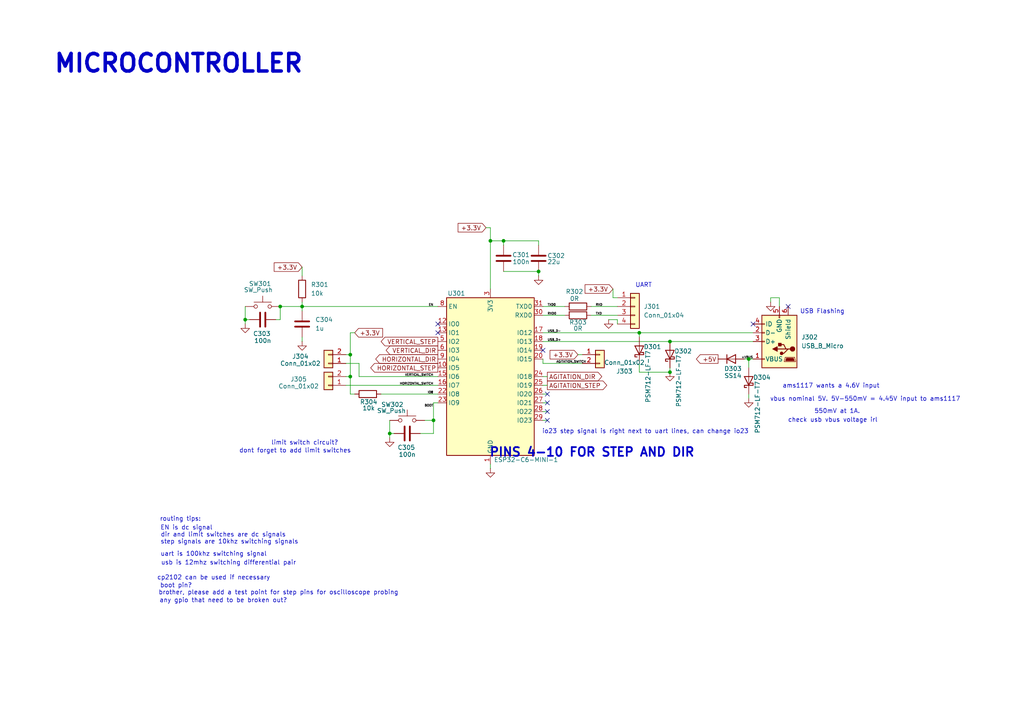
<source format=kicad_sch>
(kicad_sch (version 20250114) (generator "eeschema") (generator_version "9.0")
  (paper "A4")
  (lib_symbols
    (symbol "Connector:USB_B_Micro" (pin_names (offset 1.016))
      (property "Reference" "J" (at -5.08 11.43 0))
      (property "Value" "USB_B_Micro" (at -5.08 8.89 0))
      (symbol "USB_B_Micro_0_1"
        (rectangle (start -5.08 -7.62) (end 5.08 7.62) (stroke (width 0.254)) (fill (type background)))
        (polyline (pts (xy -4.699 5.842) (xy -4.699 5.588) (xy -4.445 4.826) (xy -4.445 4.572) (xy -1.651 4.572) (xy -1.651 4.826) (xy -1.397 5.588) (xy -1.397 5.842) (xy -4.699 5.842)))
        (polyline (pts (xy -4.318 5.588) (xy -1.778 5.588) (xy -2.032 4.826) (xy -4.064 4.826) (xy -4.318 5.588)) (fill (type outline)))
        (circle (center -3.81 2.159) (radius 0.635) (stroke (width 0.254)) (fill (type outline)))
        (polyline (pts (xy -3.175 2.159) (xy -2.54 2.159) (xy -1.27 3.429) (xy -0.635 3.429)) (stroke (width 0.254)))
        (polyline (pts (xy -2.54 2.159) (xy -1.905 2.159) (xy -1.27 0.889) (xy 0 0.889)) (stroke (width 0.254)))
        (polyline (pts (xy -1.905 2.159) (xy 0.635 2.159)) (stroke (width 0.254)))
        (circle (center -0.635 3.429) (radius 0.381) (stroke (width 0.254)) (fill (type outline)))
        (rectangle (start -0.127 -7.62) (end 0.127 -6.858))
        (rectangle (start 0.254 1.27) (end -0.508 0.508) (stroke (width 0.254)) (fill (type outline)))
        (polyline (pts (xy 0.635 2.794) (xy 0.635 1.524) (xy 1.905 2.159) (xy 0.635 2.794)) (stroke (width 0.254)) (fill (type outline)))
        (rectangle (start 5.08 4.953) (end 4.318 5.207))
        (rectangle (start 5.08 -0.127) (end 4.318 0.127))
        (rectangle (start 5.08 -2.667) (end 4.318 -2.413))
        (rectangle (start 5.08 -5.207) (end 4.318 -4.953))
      )
      (symbol "USB_B_Micro_1_1"
        (pin passive line (at -2.54 -10.16 90) (length 2.54) (name "Shield") (number "6"))
        (pin power_out line (at 0 -10.16 90) (length 2.54) (name "GND") (number "5"))
        (pin power_out line (at 7.62 5.08 180) (length 2.54) (name "VBUS") (number "1"))
        (pin bidirectional line (at 7.62 0 180) (length 2.54) (name "D+") (number "3"))
        (pin bidirectional line (at 7.62 -2.54 180) (length 2.54) (name "D-") (number "2"))
        (pin passive line (at 7.62 -5.08 180) (length 2.54) (name "ID") (number "4"))
      )
    )
    (symbol "Connector_Generic:Conn_01x02" (pin_names (offset 1.016) (hide yes))
      (property "Reference" "J" (at 0 2.54 0))
      (property "Value" "Conn_01x02" (at 0 -5.08 0))
      (symbol "Conn_01x02_1_1"
        (rectangle (start -1.27 1.27) (end 1.27 -3.81) (stroke (width 0.254)) (fill (type background)))
        (rectangle (start -1.27 0.127) (end 0 -0.127) (stroke (width 0.1524)))
        (rectangle (start -1.27 -2.413) (end 0 -2.667) (stroke (width 0.1524)))
        (pin passive line (at -5.08 0 0) (length 3.81) (name "Pin_1") (number "1"))
        (pin passive line (at -5.08 -2.54 0) (length 3.81) (name "Pin_2") (number "2"))
      )
    )
    (symbol "Connector_Generic:Conn_01x04" (pin_names (offset 1.016) (hide yes))
      (property "Reference" "J" (at 0 5.08 0))
      (property "Value" "Conn_01x04" (at 0 -7.62 0))
      (symbol "Conn_01x04_1_1"
        (rectangle (start -1.27 3.81) (end 1.27 -6.35) (stroke (width 0.254)) (fill (type background)))
        (rectangle (start -1.27 2.667) (end 0 2.413) (stroke (width 0.1524)))
        (rectangle (start -1.27 0.127) (end 0 -0.127) (stroke (width 0.1524)))
        (rectangle (start -1.27 -2.413) (end 0 -2.667) (stroke (width 0.1524)))
        (rectangle (start -1.27 -4.953) (end 0 -5.207) (stroke (width 0.1524)))
        (pin passive line (at -5.08 2.54 0) (length 3.81) (name "Pin_1") (number "1"))
        (pin passive line (at -5.08 0 0) (length 3.81) (name "Pin_2") (number "2"))
        (pin passive line (at -5.08 -2.54 0) (length 3.81) (name "Pin_3") (number "3"))
        (pin passive line (at -5.08 -5.08 0) (length 3.81) (name "Pin_4") (number "4"))
      )
    )
    (symbol "Device:C" (pin_numbers (hide yes)) (pin_names (offset 0.254))
      (property "Reference" "C" (at 0.635 2.54 0))
      (property "Value" "C" (at 0.635 -2.54 0))
      (symbol "C_0_1"
        (polyline (pts (xy -2.032 0.762) (xy 2.032 0.762)) (stroke (width 0.508)))
        (polyline (pts (xy -2.032 -0.762) (xy 2.032 -0.762)) (stroke (width 0.508)))
      )
      (symbol "C_1_1"
        (pin passive line (at 0 3.81 270) (length 2.794) (name "~") (number "1"))
        (pin passive line (at 0 -3.81 90) (length 2.794) (name "~") (number "2"))
      )
    )
    (symbol "Device:D" (pin_numbers (hide yes)) (pin_names (offset 1.016) (hide yes))
      (property "Reference" "D" (at 0 2.54 0))
      (property "Value" "D" (at 0 -2.54 0))
      (symbol "D_0_1"
        (polyline (pts (xy -1.27 1.27) (xy -1.27 -1.27)) (stroke (width 0.254)))
        (polyline (pts (xy 1.27 1.27) (xy 1.27 -1.27) (xy -1.27 0) (xy 1.27 1.27)) (stroke (width 0.254)))
        (polyline (pts (xy 1.27 0) (xy -1.27 0)))
      )
      (symbol "D_1_1"
        (pin passive line (at -3.81 0 0) (length 2.54) (name "K") (number "1"))
        (pin passive line (at 3.81 0 180) (length 2.54) (name "A") (number "2"))
      )
    )
    (symbol "Device:D_Schottky" (pin_numbers (hide yes)) (pin_names (offset 1.016) (hide yes))
      (property "Reference" "D" (at 0 2.54 0))
      (property "Value" "D_Schottky" (at 0 -2.54 0))
      (symbol "D_Schottky_0_1"
        (polyline (pts (xy -1.905 0.635) (xy -1.905 1.27) (xy -1.27 1.27) (xy -1.27 -1.27) (xy -0.635 -1.27) (xy -0.635 -0.635)) (stroke (width 0.254)))
        (polyline (pts (xy 1.27 1.27) (xy 1.27 -1.27) (xy -1.27 0) (xy 1.27 1.27)) (stroke (width 0.254)))
        (polyline (pts (xy 1.27 0) (xy -1.27 0)))
      )
      (symbol "D_Schottky_1_1"
        (pin passive line (at -3.81 0 0) (length 2.54) (name "K") (number "1"))
        (pin passive line (at 3.81 0 180) (length 2.54) (name "A") (number "2"))
      )
    )
    (symbol "Device:R" (pin_numbers (hide yes)) (pin_names (offset 0))
      (property "Reference" "R" (at 2.032 0 90))
      (property "Value" "R" (at 0 0 90))
      (symbol "R_0_1"
        (rectangle (start -1.016 -2.54) (end 1.016 2.54) (stroke (width 0.254)))
      )
      (symbol "R_1_1"
        (pin passive line (at 0 3.81 270) (length 1.27) (name "~") (number "1"))
        (pin passive line (at 0 -3.81 90) (length 1.27) (name "~") (number "2"))
      )
    )
    (symbol "RF_Module:ESP32-C6-MINI-1"
      (property "Reference" "U" (at -11.43 24.13 0))
      (property "Value" "ESP32-C6-MINI-1" (at 12.7 24.13 0))
      (symbol "ESP32-C6-MINI-1_0_1"
        (rectangle (start -12.7 22.86) (end 12.7 -22.86) (stroke (width 0.254)) (fill (type background)))
      )
      (symbol "ESP32-C6-MINI-1_1_1"
        (pin input line (at -15.24 20.32 0) (length 2.54) (name "EN") (number "8"))
        (pin bidirectional line (at -15.24 15.24 0) (length 2.54) (name "IO0") (number "12"))
        (pin bidirectional line (at -15.24 12.7 0) (length 2.54) (name "IO1") (number "13"))
        (pin bidirectional line (at -15.24 10.16 0) (length 2.54) (name "IO2") (number "5"))
        (pin bidirectional line (at -15.24 7.62 0) (length 2.54) (name "IO3") (number "6"))
        (pin bidirectional line (at -15.24 5.08 0) (length 2.54) (name "IO4") (number "9"))
        (pin bidirectional line (at -15.24 2.54 0) (length 2.54) (name "IO5") (number "10"))
        (pin bidirectional line (at -15.24 0 0) (length 2.54) (name "IO6") (number "15"))
        (pin bidirectional line (at -15.24 -2.54 0) (length 2.54) (name "IO7") (number "16"))
        (pin bidirectional line (at -15.24 -5.08 0) (length 2.54) (name "IO8") (number "22"))
        (pin bidirectional line (at -15.24 -7.62 0) (length 2.54) (name "IO9") (number "23"))
        (pin no_connect line (at -12.7 -12.7 0) (length 2.54) (hide yes) (name "NC") (number "32"))
        (pin no_connect line (at -12.7 -15.24 0) (length 2.54) (hide yes) (name "NC") (number "33"))
        (pin no_connect line (at -12.7 -17.78 0) (length 2.54) (hide yes) (name "NC") (number "34"))
        (pin no_connect line (at -12.7 -20.32 0) (length 2.54) (hide yes) (name "NC") (number "35"))
        (pin power_in line (at 0 25.4 270) (length 2.54) (name "3V3") (number "3"))
        (pin power_in line (at 0 -25.4 90) (length 2.54) (name "GND") (number "1"))
        (pin passive line (at 0 -25.4 90) (length 2.54) (hide yes) (name "GND") (number "11"))
        (pin passive line (at 0 -25.4 90) (length 2.54) (hide yes) (name "GND") (number "14"))
        (pin passive line (at 0 -25.4 90) (length 2.54) (hide yes) (name "GND") (number "2"))
        (pin passive line (at 0 -25.4 90) (length 2.54) (hide yes) (name "GND") (number "36"))
        (pin passive line (at 0 -25.4 90) (length 2.54) (hide yes) (name "GND") (number "37"))
        (pin passive line (at 0 -25.4 90) (length 2.54) (hide yes) (name "GND") (number "38"))
        (pin passive line (at 0 -25.4 90) (length 2.54) (hide yes) (name "GND") (number "39"))
        (pin passive line (at 0 -25.4 90) (length 2.54) (hide yes) (name "GND") (number "40"))
        (pin passive line (at 0 -25.4 90) (length 2.54) (hide yes) (name "GND") (number "41"))
        (pin passive line (at 0 -25.4 90) (length 2.54) (hide yes) (name "GND") (number "42"))
        (pin passive line (at 0 -25.4 90) (length 2.54) (hide yes) (name "GND") (number "43"))
        (pin passive line (at 0 -25.4 90) (length 2.54) (hide yes) (name "GND") (number "44"))
        (pin passive line (at 0 -25.4 90) (length 2.54) (hide yes) (name "GND") (number "45"))
        (pin passive line (at 0 -25.4 90) (length 2.54) (hide yes) (name "GND") (number "46"))
        (pin passive line (at 0 -25.4 90) (length 2.54) (hide yes) (name "GND") (number "47"))
        (pin passive line (at 0 -25.4 90) (length 2.54) (hide yes) (name "GND") (number "48"))
        (pin passive line (at 0 -25.4 90) (length 2.54) (hide yes) (name "GND") (number "49"))
        (pin passive line (at 0 -25.4 90) (length 2.54) (hide yes) (name "GND") (number "50"))
        (pin passive line (at 0 -25.4 90) (length 2.54) (hide yes) (name "GND") (number "51"))
        (pin passive line (at 0 -25.4 90) (length 2.54) (hide yes) (name "GND") (number "52"))
        (pin passive line (at 0 -25.4 90) (length 2.54) (hide yes) (name "GND") (number "53"))
        (pin no_connect line (at 12.7 -15.24 180) (length 2.54) (hide yes) (name "NC") (number "4"))
        (pin no_connect line (at 12.7 -17.78 180) (length 2.54) (hide yes) (name "NC") (number "7"))
        (pin no_connect line (at 12.7 -20.32 180) (length 2.54) (hide yes) (name "NC") (number "21"))
        (pin bidirectional line (at 15.24 20.32 180) (length 2.54) (name "TXD0") (number "31"))
        (pin bidirectional line (at 15.24 17.78 180) (length 2.54) (name "RXD0") (number "30"))
        (pin bidirectional line (at 15.24 12.7 180) (length 2.54) (name "IO12") (number "17"))
        (pin bidirectional line (at 15.24 10.16 180) (length 2.54) (name "IO13") (number "18"))
        (pin bidirectional line (at 15.24 7.62 180) (length 2.54) (name "IO14") (number "19"))
        (pin bidirectional line (at 15.24 5.08 180) (length 2.54) (name "IO15") (number "20"))
        (pin bidirectional line (at 15.24 0 180) (length 2.54) (name "IO18") (number "24"))
        (pin bidirectional line (at 15.24 -2.54 180) (length 2.54) (name "IO19") (number "25"))
        (pin bidirectional line (at 15.24 -5.08 180) (length 2.54) (name "IO20") (number "26"))
        (pin bidirectional line (at 15.24 -7.62 180) (length 2.54) (name "IO21") (number "27"))
        (pin bidirectional line (at 15.24 -10.16 180) (length 2.54) (name "IO22") (number "28"))
        (pin bidirectional line (at 15.24 -12.7 180) (length 2.54) (name "IO23") (number "29"))
      )
    )
    (symbol "Switch:SW_Push" (pin_numbers (hide yes)) (pin_names (offset 1.016) (hide yes))
      (property "Reference" "SW" (at 1.27 2.54 0))
      (property "Value" "SW_Push" (at 0 -1.524 0))
      (symbol "SW_Push_0_1"
        (circle (center -2.032 0) (radius 0.508))
        (polyline (pts (xy 0 1.27) (xy 0 3.048)))
        (circle (center 2.032 0) (radius 0.508))
        (polyline (pts (xy 2.54 1.27) (xy -2.54 1.27)))
        (pin passive line (at -5.08 0 0) (length 2.54) (name "1") (number "1"))
        (pin passive line (at 5.08 0 180) (length 2.54) (name "2") (number "2"))
      )
    )
    (symbol "power:GND" (power) (pin_numbers (hide yes)) (pin_names (offset 0) (hide yes))
      (property "Value" "GND" (at 0 -3.81 0))
      (symbol "GND_0_1"
        (polyline (pts (xy 0 0) (xy 0 -1.27) (xy 1.27 -1.27) (xy 0 -2.54) (xy -1.27 -1.27) (xy 0 -1.27)))
      )
      (symbol "GND_1_1"
        (pin power_in line (at 0 0 270) (length 0) (name "~") (number "1"))
      )
    )
  )
  (text "MICROCONTROLLER" (at 51.816 18.542 0) (effects (font (size 5.08 5.08) (thickness 1.016) (bold yes))))
  (text "check usb vbus voltage irl" (at 241.554 121.92 0) (effects (font (size 1.27 1.27))))
  (text "any gpio that need to be broken out?" (at 64.77 174.244 0) (effects (font (size 1.27 1.27))))
  (text "dont forget to add limit switches" (at 85.598 130.81 0) (effects (font (size 1.27 1.27))))
  (text "UART" (at 186.69 82.804 0) (effects (font (size 1.27 1.27))))
  (text "dir and limit switches are dc signals" (at 64.77 155.194 0) (effects (font (size 1.27 1.27))))
  (text "cp2102 can be used if necessary" (at 61.976 167.64 0) (effects (font (size 1.27 1.27))))
  (text "vbus nominal 5V. 5V-550mV = 4.45V input to ams1117" (at 250.952 115.824 0) (effects (font (size 1.27 1.27))))
  (text "USB Flashing" (at 238.506 90.424 0) (effects (font (size 1.27 1.27))))
  (text "PINS 4-10 FOR STEP AND DIR" (at 171.704 131.318 0) (effects (font (size 2.54 2.54) (thickness 0.508) (bold yes))))
  (text "routing tips:" (at 52.324 150.622 0) (effects (font (size 1.27 1.27))))
  (text "550mV at 1A." (at 242.824 119.38 0) (effects (font (size 1.27 1.27))))
  (text "io23 step signal is right next to uart lines, can change io23" (at 187.198 125.222 0) (effects (font (size 1.27 1.27))))
  (text "EN is dc signal" (at 54.102 153.162 0) (effects (font (size 1.27 1.27))))
  (text "step signals are 10khz switching signals" (at 66.548 157.226 0) (effects (font (size 1.27 1.27))))
  (text "boot pin?" (at 51.054 169.926 0) (effects (font (size 1.27 1.27))))
  (text "brother, please add a test point for step pins for oscilloscope probing" (at 80.772 171.958 0) (effects (font (size 1.27 1.27))))
  (text "limit switch circuit?" (at 88.392 128.524 0) (effects (font (size 1.27 1.27))))
  (text "ams1117 wants a 4.6V input" (at 241.046 112.014 0) (effects (font (size 1.27 1.27))))
  (text "usb is 12mhz switching differential pair" (at 66.294 163.322 0) (effects (font (size 1.27 1.27))))
  (text "uart is 100khz switching signal" (at 61.976 160.782 0) (effects (font (size 1.27 1.27))))
  (junction (at 71.12 92.71))
  (junction (at 185.42 96.52))
  (junction (at 217.17 104.14))
  (junction (at 146.05 69.85))
  (junction (at 101.6 109.22))
  (junction (at 194.31 107.95))
  (junction (at 101.6 102.87))
  (junction (at 142.24 69.85))
  (junction (at 194.31 99.06))
  (junction (at 125.73 121.92))
  (junction (at 81.28 88.9))
  (junction (at 87.63 88.9))
  (junction (at 113.03 125.73))
  (junction (at 156.21 78.74))
  (no_connect (at 158.75 116.84))
  (no_connect (at 158.75 119.38))
  (no_connect (at 127 93.98))
  (no_connect (at 228.6 88.9))
  (no_connect (at 157.48 101.6))
  (no_connect (at 158.75 114.3))
  (no_connect (at 158.75 121.92))
  (no_connect (at 218.44 93.98))
  (no_connect (at 127 96.52))
  (wire (pts (xy 80.01 92.71) (xy 81.28 92.71)))
  (wire (pts (xy 223.52 86.36) (xy 223.52 87.63)))
  (wire (pts (xy 100.33 109.22) (xy 101.6 109.22)))
  (wire (pts (xy 101.6 96.52) (xy 101.6 102.87)))
  (wire (pts (xy 125.73 121.92) (xy 125.73 125.73)))
  (wire (pts (xy 87.63 88.9) (xy 127 88.9)))
  (wire (pts (xy 171.45 91.44) (xy 179.07 91.44)))
  (wire (pts (xy 179.07 86.36) (xy 177.8 86.36)))
  (wire (pts (xy 110.49 114.3) (xy 127 114.3)))
  (wire (pts (xy 101.6 114.3) (xy 101.6 109.22)))
  (wire (pts (xy 104.14 109.22) (xy 104.14 105.41)))
  (wire (pts (xy 142.24 66.04) (xy 142.24 69.85)))
  (wire (pts (xy 71.12 92.71) (xy 71.12 93.98)))
  (wire (pts (xy 157.48 105.41) (xy 168.91 105.41)))
  (wire (pts (xy 142.24 83.82) (xy 142.24 69.85)))
  (wire (pts (xy 127 116.84) (xy 125.73 116.84)))
  (wire (pts (xy 81.28 88.9) (xy 87.63 88.9)))
  (wire (pts (xy 157.48 111.76) (xy 158.75 111.76)))
  (wire (pts (xy 226.06 88.9) (xy 226.06 86.36)))
  (wire (pts (xy 217.17 104.14) (xy 217.17 106.68)))
  (wire (pts (xy 167.64 102.87) (xy 168.91 102.87)))
  (wire (pts (xy 185.42 96.52) (xy 218.44 96.52)))
  (wire (pts (xy 87.63 88.9) (xy 87.63 90.17)))
  (wire (pts (xy 100.33 102.87) (xy 101.6 102.87)))
  (wire (pts (xy 104.14 105.41) (xy 100.33 105.41)))
  (wire (pts (xy 157.48 116.84) (xy 158.75 116.84)))
  (wire (pts (xy 125.73 121.92) (xy 123.19 121.92)))
  (wire (pts (xy 179.07 92.71) (xy 176.53 92.71)))
  (wire (pts (xy 157.48 109.22) (xy 158.75 109.22)))
  (wire (pts (xy 125.73 116.84) (xy 125.73 121.92)))
  (wire (pts (xy 156.21 71.12) (xy 156.21 69.85)))
  (wire (pts (xy 125.73 125.73) (xy 121.92 125.73)))
  (wire (pts (xy 157.48 88.9) (xy 163.83 88.9)))
  (wire (pts (xy 104.14 109.22) (xy 127 109.22)))
  (wire (pts (xy 226.06 86.36) (xy 223.52 86.36)))
  (wire (pts (xy 146.05 69.85) (xy 146.05 71.12)))
  (wire (pts (xy 185.42 107.95) (xy 194.31 107.95)))
  (wire (pts (xy 194.31 99.06) (xy 218.44 99.06)))
  (wire (pts (xy 87.63 87.63) (xy 87.63 88.9)))
  (wire (pts (xy 113.03 125.73) (xy 113.03 121.92)))
  (wire (pts (xy 72.39 92.71) (xy 71.12 92.71)))
  (wire (pts (xy 146.05 69.85) (xy 142.24 69.85)))
  (wire (pts (xy 87.63 77.47) (xy 87.63 80.01)))
  (wire (pts (xy 194.31 106.68) (xy 194.31 107.95)))
  (wire (pts (xy 156.21 69.85) (xy 146.05 69.85)))
  (wire (pts (xy 157.48 114.3) (xy 158.75 114.3)))
  (wire (pts (xy 142.24 134.62) (xy 142.24 135.89)))
  (wire (pts (xy 179.07 93.98) (xy 179.07 92.71)))
  (wire (pts (xy 100.33 111.76) (xy 127 111.76)))
  (wire (pts (xy 217.17 104.14) (xy 218.44 104.14)))
  (wire (pts (xy 156.21 78.74) (xy 156.21 80.01)))
  (wire (pts (xy 114.3 125.73) (xy 113.03 125.73)))
  (wire (pts (xy 157.48 121.92) (xy 158.75 121.92)))
  (wire (pts (xy 140.97 66.04) (xy 142.24 66.04)))
  (wire (pts (xy 171.45 88.9) (xy 179.07 88.9)))
  (wire (pts (xy 101.6 114.3) (xy 102.87 114.3)))
  (wire (pts (xy 81.28 92.71) (xy 81.28 88.9)))
  (wire (pts (xy 177.8 83.82) (xy 177.8 86.36)))
  (wire (pts (xy 87.63 97.79) (xy 87.63 99.06)))
  (wire (pts (xy 157.48 96.52) (xy 185.42 96.52)))
  (wire (pts (xy 101.6 96.52) (xy 102.87 96.52)))
  (wire (pts (xy 157.48 91.44) (xy 163.83 91.44)))
  (wire (pts (xy 185.42 105.41) (xy 185.42 107.95)))
  (wire (pts (xy 217.17 114.3) (xy 217.17 115.57)))
  (wire (pts (xy 157.48 119.38) (xy 158.75 119.38)))
  (wire (pts (xy 146.05 78.74) (xy 156.21 78.74)))
  (wire (pts (xy 157.48 99.06) (xy 194.31 99.06)))
  (wire (pts (xy 71.12 92.71) (xy 71.12 88.9)))
  (wire (pts (xy 215.9 104.14) (xy 217.17 104.14)))
  (wire (pts (xy 101.6 102.87) (xy 101.6 109.22)))
  (wire (pts (xy 157.48 104.14) (xy 157.48 105.41)))
  (wire (pts (xy 185.42 96.52) (xy 185.42 97.79)))
  (wire (pts (xy 113.03 125.73) (xy 113.03 127)))
  (label "AGITATION_SWITCH" (at 161.29 105.41 0) (effects (font (size 0.635 0.635))))
  (label "VERTICAL_SWITCH" (at 125.73 109.22 180) (effects (font (size 0.635 0.635))))
  (label "+VBUS" (at 218.44 104.14 180) (effects (font (size 0.635 0.635))))
  (label "USB_D+" (at 158.75 99.06 0) (effects (font (size 0.635 0.635))))
  (label "HORIZONTAL_SWITCH" (at 125.73 111.76 180) (effects (font (size 0.635 0.635))))
  (label "BOOT" (at 125.73 118.11 180) (effects (font (size 0.635 0.635))))
  (label "TXD0" (at 158.75 88.9 0) (effects (font (size 0.635 0.635))))
  (label "IO8" (at 125.73 114.3 180) (effects (font (size 0.635 0.635))))
  (label "RXD" (at 172.72 88.9 0) (effects (font (size 0.635 0.635))))
  (label "RXD0" (at 158.75 91.44 0) (effects (font (size 0.635 0.635))))
  (label "EN" (at 125.73 88.9 180) (effects (font (size 0.635 0.635))))
  (label "USB_D-" (at 158.75 96.52 0) (effects (font (size 0.635 0.635))))
  (label "TXD" (at 172.72 91.44 0) (effects (font (size 0.635 0.635))))
  (global_label "+3.3V" (shape input) (at 177.8 83.82 180) (property "Intersheetrefs" "${INTERSHEET_REFS}" (effects (hide yes))))
  (global_label "+3.3V" (shape input) (at 102.87 96.52 0) (property "Intersheetrefs" "${INTERSHEET_REFS}" (effects (hide yes))))
  (global_label "HORIZONTAL_DIR" (shape output) (at 127 104.14 180) (property "Intersheetrefs" "${INTERSHEET_REFS}" (effects (hide yes))))
  (global_label "+3.3V" (shape input) (at 140.97 66.04 180) (property "Intersheetrefs" "${INTERSHEET_REFS}" (effects (hide yes))))
  (global_label "HORIZONTAL_STEP" (shape output) (at 127 106.68 180) (property "Intersheetrefs" "${INTERSHEET_REFS}" (effects (hide yes))))
  (global_label "+3.3V" (shape input) (at 167.64 102.87 180) (property "Intersheetrefs" "${INTERSHEET_REFS}" (effects (hide yes))))
  (global_label "VERTICAL_DIR" (shape output) (at 127 101.6 180) (property "Intersheetrefs" "${INTERSHEET_REFS}" (effects (hide yes))))
  (global_label "AGITATION_STEP" (shape output) (at 158.75 111.76 0) (property "Intersheetrefs" "${INTERSHEET_REFS}" (effects (hide yes))))
  (global_label "AGITATION_DIR" (shape output) (at 158.75 109.22 0) (property "Intersheetrefs" "${INTERSHEET_REFS}" (effects (hide yes))))
  (global_label "+5V" (shape output) (at 208.28 104.14 180) (property "Intersheetrefs" "${INTERSHEET_REFS}" (effects (hide yes))))
  (global_label "VERTICAL_STEP" (shape output) (at 127 99.06 180) (property "Intersheetrefs" "${INTERSHEET_REFS}" (effects (hide yes))))
  (global_label "+3.3V" (shape input) (at 87.63 77.47 180) (property "Intersheetrefs" "${INTERSHEET_REFS}" (effects (hide yes))))
  (symbol (lib_id "Device:R") (at 167.64 88.9 90) (unit 1)
    (property "Reference" "R302" (at 166.624 84.582 90))
    (property "Value" "0R" (at 166.624 86.614 90))
    (property "Footprint" "Resistor_SMD:R_0603_1608Metric" (effects (hide yes)))
    (property "Description" "Resistor" (effects (hide yes)))
    (property "Manufacturer" "UNI-ROYAL(Uniroyal Elec)" (effects (hide yes)))
    (property "MPN" "0603WAF0000T5E" (effects (hide yes)))
    (property "LCSC Part Number" "C21189" (effects (hide yes)))
  )
  (symbol (lib_id "Device:C") (at 87.63 93.98 0) (unit 1)
    (property "Reference" "C304" (at 91.44 92.7099 0) (effects (justify left)))
    (property "Value" "1u" (at 91.44 95.2499 0) (effects (justify left)))
    (property "Footprint" "Capacitor_SMD:C_0402_1005Metric" (effects (hide yes)))
    (property "Description" "Unpolarized capacitor" (effects (hide yes)))
    (property "Manufacturer" "Samsung Electro-Mechanics" (effects (hide yes)))
    (property "MPN" "CL05A105KA5NQNC" (effects (hide yes)))
    (property "LCSC Part Number" "C52923" (effects (hide yes)))
  )
  (symbol (lib_id "Device:D_Schottky") (at 194.31 102.87 90) (unit 1)
    (property "Reference" "D302" (at 195.58 101.854 90) (effects (justify right)))
    (property "Value" "PSM712-LF-T7" (at 196.85 102.87 0) (effects (justify right)))
    (property "Footprint" "Package_TO_SOT_SMD:SOT-23" (effects (hide yes)))
    (property "Description" "Schottky diode" (effects (hide yes)))
    (property "Manufacturer" "ProTek Devices" (effects (hide yes)))
    (property "MPN" "PSM712-LF-T7" (effects (hide yes)))
    (property "LCSC Part Number" "C32677" (effects (hide yes)))
  )
  (symbol (lib_id "Device:R") (at 167.64 91.44 90) (unit 1)
    (property "Reference" "R303" (at 167.64 93.472 90))
    (property "Value" "0R" (at 167.64 95.25 90))
    (property "Footprint" "Resistor_SMD:R_0603_1608Metric" (effects (hide yes)))
    (property "Description" "Resistor" (effects (hide yes)))
    (property "Manufacturer" "UNI-ROYAL(Uniroyal Elec)" (effects (hide yes)))
    (property "MPN" "0603WAF0000T5E" (effects (hide yes)))
    (property "LCSC Part Number" "C21189" (effects (hide yes)))
  )
  (symbol (lib_id "power:GND") (at 223.52 87.63 0) (unit 1)
    (property "Reference" "#PWR0305" (effects (hide yes)))
    (property "Value" "GND" (effects (hide yes)))
    (property "Description" "Power symbol creates a global label with name \"GND\" , ground" (effects (hide yes)))
  )
  (symbol (lib_id "Device:C") (at 146.05 74.93 180) (unit 1)
    (property "Reference" "C301" (at 151.13 73.914 0))
    (property "Value" "100n" (at 151.13 75.946 0))
    (property "Footprint" "Capacitor_SMD:C_0402_1005Metric" (effects (hide yes)))
    (property "Description" "Unpolarized capacitor" (effects (hide yes)))
    (property "Manufacturer" "Samsung Electro-Mechanics" (effects (hide yes)))
    (property "MPN" "CL05B104KO5NNNC" (effects (hide yes)))
    (property "LCSC Part Number" "C1525" (effects (hide yes)))
  )
  (symbol (lib_id "power:GND") (at 217.17 115.57 0) (unit 1)
    (property "Reference" "#PWR0312" (effects (hide yes)))
    (property "Value" "GND" (effects (hide yes)))
    (property "Description" "Power symbol creates a global label with name \"GND\" , ground" (effects (hide yes)))
  )
  (symbol (lib_id "power:GND") (at 176.53 92.71 0) (unit 1)
    (property "Reference" "#PWR0306" (effects (hide yes)))
    (property "Value" "GND" (effects (hide yes)))
    (property "Description" "Power symbol creates a global label with name \"GND\" , ground" (effects (hide yes)))
  )
  (symbol (lib_id "Switch:SW_Push") (at 118.11 121.92 0) (unit 1)
    (property "Reference" "SW302" (at 113.792 117.348 0))
    (property "Value" "SW_Push" (at 113.538 119.126 0))
    (property "Footprint" "Button_Switch_SMD:SW_Push_1P1T_XKB_TS-1187A" (effects (hide yes)))
    (property "Description" "Push button switch, generic, two pins" (effects (hide yes)))
    (property "Manufacturer" "XKB Connection" (effects (hide yes)))
    (property "MPN" "TS-1187A-B-A-B" (effects (hide yes)))
    (property "LCSC Part Number" "C318884" (effects (hide yes)))
  )
  (symbol (lib_id "Device:R") (at 87.63 83.82 0) (unit 1)
    (property "Reference" "R301" (at 90.17 82.5499 0) (effects (justify left)))
    (property "Value" "10k" (at 90.17 85.0899 0) (effects (justify left)))
    (property "Footprint" "Resistor_SMD:R_0603_1608Metric" (effects (hide yes)))
    (property "Description" "Resistor" (effects (hide yes)))
    (property "Manufacturer" "UNI-ROYAL(Uniroyal Elec)" (effects (hide yes)))
    (property "MPN" "0603WAF1002T5E" (effects (hide yes)))
    (property "LCSC Part Number" "C25804" (effects (hide yes)))
  )
  (symbol (lib_id "Connector_Generic:Conn_01x02") (at 95.25 105.41 180) (unit 1) (in_bom no)
    (property "Reference" "J304" (at 87.122 103.378 0))
    (property "Value" "Conn_01x02" (at 87.122 105.41 0))
    (property "Footprint" "Connector_PinHeader_2.54mm:PinHeader_1x02_P2.54mm_Vertical" (effects (hide yes)))
    (property "Description" "Generic connector, single row, 01x02, script generated (kicad-library-utils/schlib/autogen/connector/)" (effects (hide yes)))
  )
  (symbol (lib_id "Device:R") (at 106.68 114.3 90) (unit 1)
    (property "Reference" "R304" (at 106.934 116.586 90))
    (property "Value" "10k" (at 106.934 118.364 90))
    (property "Footprint" "Resistor_SMD:R_0603_1608Metric" (effects (hide yes)))
    (property "Description" "Resistor" (effects (hide yes)))
    (property "Manufacturer" "UNI-ROYAL(Uniroyal Elec)" (effects (hide yes)))
    (property "MPN" "0603WAF1002T5E" (effects (hide yes)))
    (property "LCSC Part Number" "C25804" (effects (hide yes)))
  )
  (symbol (lib_id "Device:C") (at 118.11 125.73 90) (unit 1)
    (property "Reference" "C305" (at 117.856 129.794 90))
    (property "Value" "100n" (at 118.11 131.826 90))
    (property "Footprint" "Capacitor_SMD:C_0402_1005Metric" (effects (hide yes)))
    (property "Description" "Unpolarized capacitor" (effects (hide yes)))
    (property "Manufacturer" "Samsung Electro-Mechanics" (effects (hide yes)))
    (property "MPN" "CL05B104KO5NNNC" (effects (hide yes)))
    (property "LCSC Part Number" "C1525" (effects (hide yes)))
  )
  (symbol (lib_id "Connector:USB_B_Micro") (at 226.06 99.06 180) (unit 1)
    (property "Reference" "J302" (at 232.41 97.7899 0) (effects (justify right)))
    (property "Value" "USB_B_Micro" (at 232.41 100.3299 0) (effects (justify right)))
    (property "Footprint" "Connector_USB:USB_Micro-B_Molex-105017-0001" (effects (hide yes)))
    (property "Description" "USB Micro Type B connector" (effects (hide yes)))
    (property "Manufacturer" "SHOU HAN" (effects (hide yes)))
    (property "MPN" "MicroXNJ" (effects (hide yes)))
    (property "LCSC Part Number" "C404969" (effects (hide yes)))
  )
  (symbol (lib_id "RF_Module:ESP32-C6-MINI-1") (at 142.24 109.22 0) (unit 1)
    (property "Reference" "U301" (at 129.794 85.09 0) (effects (justify left)))
    (property "Value" "ESP32-C6-MINI-1" (at 143.256 133.35 0) (effects (justify left)))
    (property "Footprint" "Espressif:ESP32-C6-MINI-1U" (effects (hide yes)))
    (property "Datasheet" "https://www.espressif.com/sites/default/files/documentation/esp32-c6-mini-1_mini-1u_datasheet_en.pdf" (effects (hide yes)))
    (property "Description" "RF Module, ESP32-C6 SoC, Wi-Fi 802.11b/g/n/ax, Bluetooth, BLE, Zigbee, Thread, 32-bit, 3.3V, SMD, onboard antenna" (effects (hide yes)))
    (property "Manufacturer" "Espressif Systems" (effects (hide yes)))
    (property "MPN" "ESP32-C6-MINI-1U-H4" (effects (hide yes)))
    (property "LCSC Part Number" "C20627095" (effects (hide yes)))
  )
  (symbol (lib_id "Device:C") (at 156.21 74.93 0) (unit 1)
    (property "Reference" "C302" (at 158.75 74.168 0) (effects (justify left)))
    (property "Value" "22u" (at 158.75 75.946 0) (effects (justify left)))
    (property "Footprint" "Capacitor_SMD:C_0603_1608Metric" (effects (hide yes)))
    (property "Description" "Unpolarized capacitor" (effects (hide yes)))
    (property "Manufacturer" "Samsung Electro-Mechanics" (effects (hide yes)))
    (property "MPN" "CL21A226MAQNNNE" (effects (hide yes)))
    (property "LCSC Part Number" "C45783" (effects (hide yes)))
  )
  (symbol (lib_id "Device:D_Schottky") (at 185.42 101.6 90) (unit 1)
    (property "Reference" "D301" (at 186.69 100.584 90) (effects (justify right)))
    (property "Value" "PSM712-LF-T7" (at 187.96 101.6 0) (effects (justify right)))
    (property "Footprint" "Package_TO_SOT_SMD:SOT-23" (effects (hide yes)))
    (property "Description" "Schottky diode" (effects (hide yes)))
    (property "Manufacturer" "ProTek Devices" (effects (hide yes)))
    (property "MPN" "PSM712-LF-T7" (effects (hide yes)))
    (property "LCSC Part Number" "C32677" (effects (hide yes)))
  )
  (symbol (lib_id "Device:D_Schottky") (at 217.17 110.49 90) (unit 1)
    (property "Reference" "D304" (at 218.44 109.474 90) (effects (justify right)))
    (property "Value" "PSM712-LF-T7" (at 219.71 110.49 0) (effects (justify right)))
    (property "Footprint" "Package_TO_SOT_SMD:SOT-23" (effects (hide yes)))
    (property "Description" "Schottky diode" (effects (hide yes)))
    (property "Manufacturer" "ProTek Devices" (effects (hide yes)))
    (property "MPN" "PSM712-LF-T7" (effects (hide yes)))
    (property "LCSC Part Number" "C32677" (effects (hide yes)))
  )
  (symbol (lib_id "power:GND") (at 87.63 99.06 0) (unit 1)
    (property "Reference" "#PWR0308" (effects (hide yes)))
    (property "Value" "GND" (effects (hide yes)))
    (property "Description" "Power symbol creates a global label with name \"GND\" , ground" (effects (hide yes)))
  )
  (symbol (lib_id "power:GND") (at 71.12 93.98 0) (unit 1)
    (property "Reference" "#PWR0307" (effects (hide yes)))
    (property "Value" "GND" (effects (hide yes)))
    (property "Description" "Power symbol creates a global label with name \"GND\" , ground" (effects (hide yes)))
  )
  (symbol (lib_id "power:GND") (at 194.31 107.95 0) (unit 1)
    (property "Reference" "#PWR0311" (effects (hide yes)))
    (property "Value" "GND" (effects (hide yes)))
    (property "Description" "Power symbol creates a global label with name \"GND\" , ground" (effects (hide yes)))
  )
  (symbol (lib_id "Connector_Generic:Conn_01x02") (at 95.25 111.76 180) (unit 1) (in_bom no)
    (property "Reference" "J305" (at 86.614 109.982 0))
    (property "Value" "Conn_01x02" (at 86.614 112.014 0))
    (property "Footprint" "Connector_PinHeader_2.54mm:PinHeader_1x02_P2.54mm_Vertical" (effects (hide yes)))
    (property "Description" "Generic connector, single row, 01x02, script generated (kicad-library-utils/schlib/autogen/connector/)" (effects (hide yes)))
  )
  (symbol (lib_id "power:GND") (at 113.03 127 0) (unit 1)
    (property "Reference" "#PWR0313" (effects (hide yes)))
    (property "Value" "GND" (effects (hide yes)))
    (property "Description" "Power symbol creates a global label with name \"GND\" , ground" (effects (hide yes)))
  )
  (symbol (lib_id "power:GND") (at 156.21 80.01 0) (unit 1)
    (property "Reference" "#PWR0303" (effects (hide yes)))
    (property "Value" "GND" (effects (hide yes)))
    (property "Description" "Power symbol creates a global label with name \"GND\" , ground" (effects (hide yes)))
  )
  (symbol (lib_id "Device:D") (at 212.09 104.14 0) (unit 1)
    (property "Reference" "D303" (at 212.598 106.934 0))
    (property "Value" "SS14" (at 212.598 108.966 0))
    (property "Footprint" "Diode_SMD:D_SMA" (effects (hide yes)))
    (property "Description" "Diode" (effects (hide yes)))
    (property "Sim.Device" "D" (effects (hide yes)))
    (property "Sim.Pins" "1=K 2=A" (effects (hide yes)))
    (property "Manufacturer" "MDD(Microdiode Semiconductor)" (effects (hide yes)))
    (property "MPN" "SS14" (effects (hide yes)))
    (property "LCSC Part Number" "C2480" (effects (hide yes)))
  )
  (symbol (lib_id "Connector_Generic:Conn_01x04") (at 184.15 88.9 0) (unit 1) (in_bom no)
    (property "Reference" "J301" (at 186.69 88.8999 0) (effects (justify left)))
    (property "Value" "Conn_01x04" (at 186.69 91.4399 0) (effects (justify left)))
    (property "Footprint" "Connector_PinHeader_2.54mm:PinHeader_1x04_P2.54mm_Vertical" (effects (hide yes)))
    (property "Description" "Generic connector, single row, 01x04, script generated (kicad-library-utils/schlib/autogen/connector/)" (effects (hide yes)))
  )
  (symbol (lib_id "Device:C") (at 76.2 92.71 90) (unit 1)
    (property "Reference" "C303" (at 75.946 96.774 90))
    (property "Value" "100n" (at 76.2 98.806 90))
    (property "Footprint" "Capacitor_SMD:C_0402_1005Metric" (effects (hide yes)))
    (property "Description" "Unpolarized capacitor" (effects (hide yes)))
    (property "Manufacturer" "Samsung Electro-Mechanics" (effects (hide yes)))
    (property "MPN" "CL05B104KO5NNNC" (effects (hide yes)))
    (property "LCSC Part Number" "C1525" (effects (hide yes)))
  )
  (symbol (lib_id "power:GND") (at 142.24 135.89 0) (unit 1)
    (property "Reference" "#PWR0314" (effects (hide yes)))
    (property "Value" "GND" (effects (hide yes)))
    (property "Description" "Power symbol creates a global label with name \"GND\" , ground" (effects (hide yes)))
  )
  (symbol (lib_id "Connector_Generic:Conn_01x02") (at 173.99 102.87 0) (unit 1) (in_bom no)
    (property "Reference" "J303" (at 181.102 107.696 0))
    (property "Value" "Conn_01x02" (at 181.102 105.156 0))
    (property "Footprint" "Connector_PinHeader_2.54mm:PinHeader_1x02_P2.54mm_Vertical" (effects (hide yes)))
    (property "Description" "Generic connector, single row, 01x02, script generated (kicad-library-utils/schlib/autogen/connector/)" (effects (hide yes)))
  )
  (symbol (lib_id "Switch:SW_Push") (at 76.2 88.9 0) (unit 1)
    (property "Reference" "SW301" (at 75.438 82.296 0))
    (property "Value" "SW_Push" (at 74.93 84.074 0))
    (property "Footprint" "Button_Switch_SMD:SW_Push_1P1T_XKB_TS-1187A" (effects (hide yes)))
    (property "Description" "Push button switch, generic, two pins" (effects (hide yes)))
    (property "Manufacturer" "XKB Connection" (effects (hide yes)))
    (property "MPN" "TS-1187A-B-A-B" (effects (hide yes)))
    (property "LCSC Part Number" "C318884" (effects (hide yes)))
  )
)
</source>
